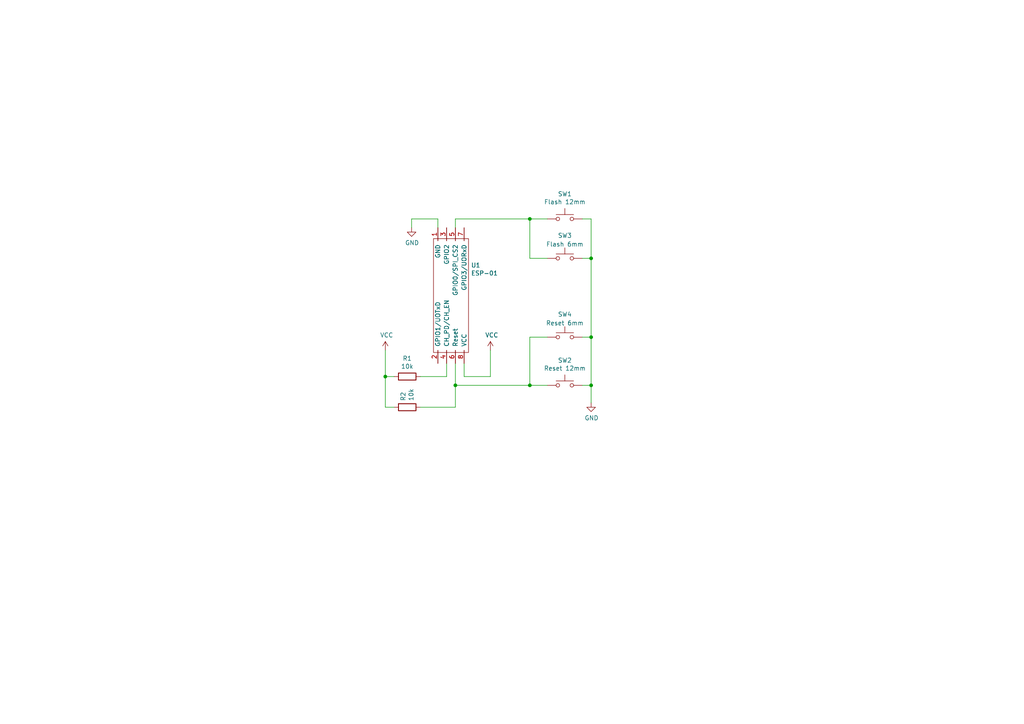
<source format=kicad_sch>
(kicad_sch (version 20231120) (generator "eeschema") (generator_version "8.0")
  (paper "A4")
  (title_block (title "esp-01_ch240g") (date "2022-10-23") (rev "0.1"))
  (lib_symbols
    (symbol "Device:R" (pin_numbers hide) (pin_names (offset 0))
      (property "Reference" "R" (at 2.032 0 90))
      (property "Value" "R" (at 0 0 90))
      (symbol "R_0_1"
        (rectangle (start -1.016 -2.54) (end 1.016 2.54) (stroke (width 0.254)))
      )
      (symbol "R_1_1"
        (pin passive line (at 0 3.81 270) (length 1.27) (name "~") (number "1"))
        (pin passive line (at 0 -3.81 90) (length 1.27) (name "~") (number "2"))
      )
    )
    (symbol "My_Arduino:ESP-01" (pin_names (offset 1.016))
      (property "Reference" "U" (at 5.08 2.54 0))
      (property "Value" "ESP-01" (at 9.525 -10.16 0))
      (symbol "ESP-01_0_1"
        (polyline (pts (xy 3.175 1.27) (xy 3.175 -8.89) (xy 36.195 -8.89) (xy 36.195 1.27) (xy 3.175 1.27)))
      )
      (symbol "ESP-01_1_1"
        (pin output line (at 0 0 0) (length 3.81) (name "GND") (number "1"))
        (pin power_in line (at 39.37 0 180) (length 3.81) (name "GPIO1/UOTxD") (number "2"))
        (pin input line (at 0 -2.54 0) (length 3.81) (name "GPIO2") (number "3"))
        (pin tri_state line (at 39.37 -2.54 180) (length 3.81) (name "CH_PD/CH_EN") (number "4"))
        (pin input line (at 0 -5.08 0) (length 3.81) (name "GPIO0/SPI_CS2") (number "5"))
        (pin tri_state line (at 39.37 -5.08 180) (length 3.81) (name "Reset") (number "6"))
        (pin power_in line (at 0 -7.62 0) (length 3.81) (name "GPIO3/UORxD") (number "7"))
        (pin input line (at 39.37 -7.62 180) (length 3.81) (name "VCC") (number "8"))
      )
    )
    (symbol "Switch:SW_Push" (pin_numbers hide) (pin_names (offset 1.016) hide)
      (property "Reference" "SW" (at 1.27 2.54 0))
      (property "Value" "SW_Push" (at 0 -1.524 0))
      (symbol "SW_Push_0_1"
        (circle (center -2.032 0) (radius 0.508))
        (polyline (pts (xy 0 1.27) (xy 0 3.048)))
        (polyline (pts (xy 2.54 1.27) (xy -2.54 1.27)))
        (circle (center 2.032 0) (radius 0.508))
        (pin passive line (at -5.08 0 0) (length 2.54) (name "1") (number "1"))
        (pin passive line (at 5.08 0 180) (length 2.54) (name "2") (number "2"))
      )
    )
    (symbol "power:GND" (power) (pin_names (offset 0))
      (property "Value" "GND" (at 0 -3.81 0))
      (symbol "GND_0_1"
        (polyline (pts (xy 0 0) (xy 0 -1.27) (xy 1.27 -1.27) (xy 0 -2.54) (xy -1.27 -1.27) (xy 0 -1.27)))
      )
      (symbol "GND_1_1"
        (pin power_in line (at 0 0 270) (length 0) hide (name "GND") (number "1"))
      )
    )
    (symbol "power:VCC" (power) (pin_names (offset 0))
      (property "Value" "VCC" (at 0 3.81 0))
      (symbol "VCC_0_1"
        (polyline (pts (xy -0.762 1.27) (xy 0 2.54)))
        (polyline (pts (xy 0 0) (xy 0 2.54)))
        (polyline (pts (xy 0 2.54) (xy 0.762 1.27)))
      )
      (symbol "VCC_1_1"
        (pin power_in line (at 0 0 90) (length 0) hide (name "VCC") (number "1"))
      )
    )
  )
  (junction (at 171.45 111.76))
  (junction (at 171.45 74.93))
  (junction (at 171.45 97.79))
  (junction (at 153.67 111.76))
  (junction (at 111.76 109.22))
  (junction (at 132.08 111.76))
  (junction (at 153.67 63.5))
  (wire (pts (xy 111.76 109.22) (xy 111.76 101.6)))
  (wire (pts (xy 111.76 118.11) (xy 114.3 118.11)))
  (wire (pts (xy 142.24 109.22) (xy 142.24 101.6)))
  (wire (pts (xy 134.62 105.41) (xy 134.62 109.22)))
  (wire (pts (xy 132.08 63.5) (xy 153.67 63.5)))
  (wire (pts (xy 127 66.04) (xy 127 63.5)))
  (wire (pts (xy 127 63.5) (xy 119.38 63.5)))
  (wire (pts (xy 121.92 118.11) (xy 132.08 118.11)))
  (wire (pts (xy 158.75 97.79) (xy 153.67 97.79)))
  (wire (pts (xy 114.3 109.22) (xy 111.76 109.22)))
  (wire (pts (xy 132.08 66.04) (xy 132.08 63.5)))
  (wire (pts (xy 132.08 111.76) (xy 132.08 105.41)))
  (wire (pts (xy 132.08 111.76) (xy 153.67 111.76)))
  (wire (pts (xy 158.75 74.93) (xy 153.67 74.93)))
  (wire (pts (xy 153.67 111.76) (xy 158.75 111.76)))
  (wire (pts (xy 171.45 63.5) (xy 168.91 63.5)))
  (wire (pts (xy 129.54 109.22) (xy 121.92 109.22)))
  (wire (pts (xy 111.76 109.22) (xy 111.76 118.11)))
  (wire (pts (xy 168.91 74.93) (xy 171.45 74.93)))
  (wire (pts (xy 171.45 97.79) (xy 171.45 111.76)))
  (wire (pts (xy 153.67 74.93) (xy 153.67 63.5)))
  (wire (pts (xy 129.54 105.41) (xy 129.54 109.22)))
  (wire (pts (xy 171.45 111.76) (xy 168.91 111.76)))
  (wire (pts (xy 168.91 97.79) (xy 171.45 97.79)))
  (wire (pts (xy 171.45 97.79) (xy 171.45 74.93)))
  (wire (pts (xy 153.67 63.5) (xy 158.75 63.5)))
  (wire (pts (xy 171.45 74.93) (xy 171.45 63.5)))
  (wire (pts (xy 134.62 109.22) (xy 142.24 109.22)))
  (wire (pts (xy 171.45 116.84) (xy 171.45 111.76)))
  (wire (pts (xy 119.38 63.5) (xy 119.38 66.04)))
  (wire (pts (xy 132.08 118.11) (xy 132.08 111.76)))
  (wire (pts (xy 153.67 97.79) (xy 153.67 111.76)))
  (symbol (lib_id "My_Arduino:ESP-01") (at 127 66.04 90) (mirror x) (unit 1)
    (property "Reference" "U1" (at 136.6012 76.9366 90) (effects (justify right)))
    (property "Value" "ESP-01" (at 136.6012 79.248 90) (effects (justify right)))
    (property "Footprint" "My_Arduino:ESP-01_w_pin_socket_large" (effects (hide yes)))
    (property "Datasheet" "http://l0l.org.uk/2014/12/esp8266-modules-hardware-guide-gotta-catch-em-all/" (effects (hide yes)))
  )
  (symbol (lib_id "Device:R") (at 118.11 109.22 90) (unit 1)
    (property "Reference" "R1" (at 118.11 103.9622 90))
    (property "Value" "10k" (at 118.11 106.2736 90))
    (property "Footprint" "My_Misc:R_Axial_DIN0207_L6.3mm_D2.5mm_P10.16mm_Horizontal_larger_pads" (effects (hide yes)))
  )
  (symbol (lib_id "Device:R") (at 118.11 118.11 90) (unit 1)
    (property "Reference" "R2" (at 116.9416 116.332 0) (effects (justify left)))
    (property "Value" "10k" (at 119.253 116.332 0) (effects (justify left)))
    (property "Footprint" "My_Misc:R_Axial_DIN0207_L6.3mm_D2.5mm_P10.16mm_Horizontal_larger_pads" (effects (hide yes)))
  )
  (symbol (lib_id "power:GND") (at 119.38 66.04 0) (unit 1)
    (property "Reference" "#PWR0101" (effects (hide yes)))
    (property "Value" "GND" (at 119.507 70.4342 0))
  )
  (symbol (lib_id "Switch:SW_Push") (at 163.83 63.5 0) (unit 1)
    (property "Reference" "SW1" (at 163.83 56.261 0))
    (property "Value" "Flash 12mm" (at 163.83 58.5724 0))
    (property "Footprint" "My_Misc:SW_PUSH-12mm_large" (effects (hide yes)))
  )
  (symbol (lib_id "Switch:SW_Push") (at 163.83 111.76 0) (unit 1)
    (property "Reference" "SW2" (at 163.83 104.521 0))
    (property "Value" "Reset 12mm" (at 163.83 106.8324 0))
    (property "Footprint" "My_Misc:SW_PUSH-12mm_large" (effects (hide yes)))
  )
  (symbol (lib_id "power:GND") (at 171.45 116.84 0) (unit 1)
    (property "Reference" "#PWR0102" (effects (hide yes)))
    (property "Value" "GND" (at 171.577 121.2342 0))
  )
  (symbol (lib_id "power:VCC") (at 111.76 101.6 0) (unit 1)
    (property "Reference" "#PWR0103" (effects (hide yes)))
    (property "Value" "VCC" (at 112.141 97.2058 0))
  )
  (symbol (lib_id "power:VCC") (at 142.24 101.6 0) (unit 1)
    (property "Reference" "#PWR0104" (effects (hide yes)))
    (property "Value" "VCC" (at 142.621 97.2058 0))
  )
  (symbol (lib_id "Switch:SW_Push") (at 163.83 97.79 0) (unit 1)
    (property "Reference" "SW4" (at 163.83 91.1692 0))
    (property "Value" "Reset 6mm" (at 163.83 93.7061 0))
    (property "Footprint" "My_Misc:SW_PUSH_6mm_large" (effects (hide yes)))
  )
  (symbol (lib_id "Switch:SW_Push") (at 163.83 74.93 0) (unit 1)
    (property "Reference" "SW3" (at 163.83 68.3092 0))
    (property "Value" "Flash 6mm" (at 163.83 70.8461 0))
    (property "Footprint" "My_Misc:SW_PUSH_6mm_large" (effects (hide yes)))
  )
)
</source>
